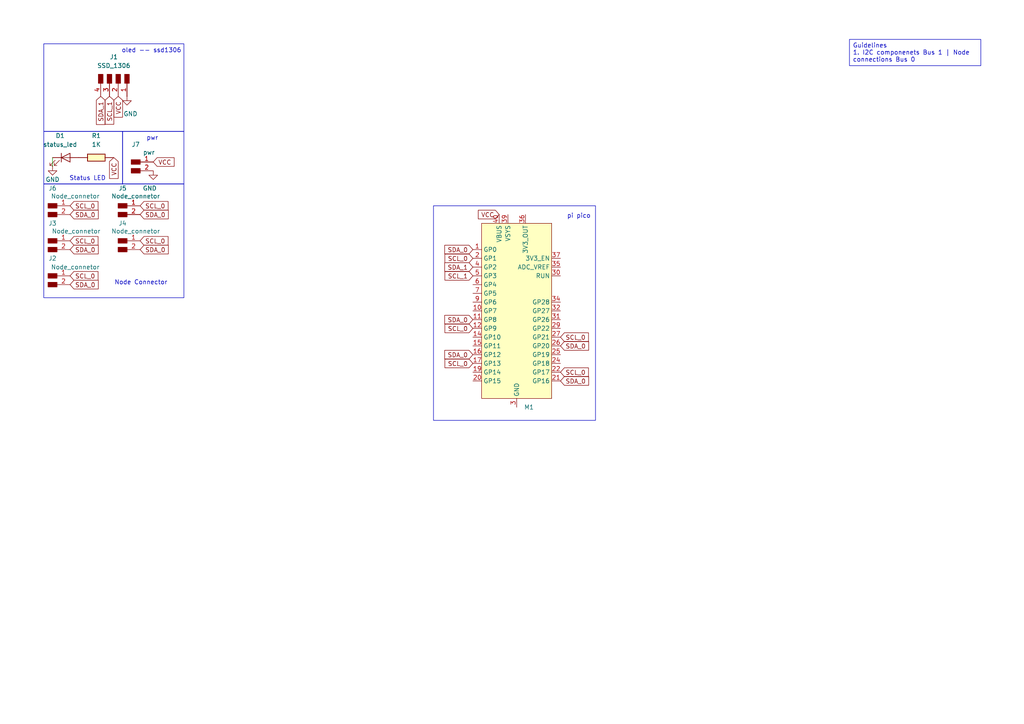
<source format=kicad_sch>
(kicad_sch (version 20250114) (generator "eeschema") (generator_version "9.0")
  (paper "A4")
  (lib_symbols
    (symbol "fab:LED_1206" (pin_numbers (hide yes)) (pin_names (offset 1.016) (hide yes))
      (property "Reference" "D" (at 0 2.54 0))
      (property "Value" "LED_1206" (at 0 -2.54 0))
      (symbol "LED_1206_0_1"
        (polyline (pts (xy -3.048 -0.762) (xy -4.572 -2.286) (xy -3.81 -2.286) (xy -4.572 -2.286) (xy -4.572 -1.524)))
        (polyline (pts (xy -1.778 -0.762) (xy -3.302 -2.286) (xy -2.54 -2.286) (xy -3.302 -2.286) (xy -3.302 -1.524)))
        (polyline (pts (xy -1.27 0) (xy 1.27 0)))
        (polyline (pts (xy -1.27 -1.27) (xy -1.27 1.27)) (stroke (width 0.2032)))
        (polyline (pts (xy 1.27 -1.27) (xy 1.27 1.27) (xy -1.27 0) (xy 1.27 -1.27)) (stroke (width 0.2032)))
      )
      (symbol "LED_1206_1_1"
        (pin passive line (at -3.81 0 0) (length 2.54) (name "K") (number "1"))
        (pin passive line (at 3.81 0 180) (length 2.54) (name "A") (number "2"))
      )
    )
    (symbol "fab:Module_RaspberryPi_PicoW_SocketSMD"
      (property "Reference" "M" (at 0 0 0))
      (property "Value" "Module_RaspberryPi_PicoW_SocketSMD" (at 0 0 0))
      (symbol "Module_RaspberryPi_PicoW_SocketSMD_1_1"
        (rectangle (start -10.16 25.4) (end 10.16 -25.4) (fill (type background)))
        (pin bidirectional line (at -12.7 17.78 0) (length 2.54) (name "GP0") (number "1"))
        (pin bidirectional line (at -12.7 15.24 0) (length 2.54) (name "GP1") (number "2"))
        (pin bidirectional line (at -12.7 12.7 0) (length 2.54) (name "GP2") (number "4"))
        (pin bidirectional line (at -12.7 10.16 0) (length 2.54) (name "GP3") (number "5"))
        (pin bidirectional line (at -12.7 7.62 0) (length 2.54) (name "GP4") (number "6"))
        (pin bidirectional line (at -12.7 5.08 0) (length 2.54) (name "GP5") (number "7"))
        (pin bidirectional line (at -12.7 2.54 0) (length 2.54) (name "GP6") (number "9"))
        (pin bidirectional line (at -12.7 0 0) (length 2.54) (name "GP7") (number "10"))
        (pin bidirectional line (at -12.7 -2.54 0) (length 2.54) (name "GP8") (number "11"))
        (pin bidirectional line (at -12.7 -5.08 0) (length 2.54) (name "GP9") (number "12"))
        (pin bidirectional line (at -12.7 -7.62 0) (length 2.54) (name "GP10") (number "14"))
        (pin bidirectional line (at -12.7 -10.16 0) (length 2.54) (name "GP11") (number "15"))
        (pin bidirectional line (at -12.7 -12.7 0) (length 2.54) (name "GP12") (number "16"))
        (pin bidirectional line (at -12.7 -15.24 0) (length 2.54) (name "GP13") (number "17"))
        (pin bidirectional line (at -12.7 -17.78 0) (length 2.54) (name "GP14") (number "19"))
        (pin bidirectional line (at -12.7 -20.32 0) (length 2.54) (name "GP15") (number "20"))
        (pin power_in line (at -5.08 27.94 270) (length 2.54) (name "VBUS") (number "40"))
        (pin power_in line (at -2.54 27.94 270) (length 2.54) (name "VSYS") (number "39"))
        (pin passive line (at 0 -27.94 90) (length 2.54) (hide yes) (name "GND") (number "13"))
        (pin passive line (at 0 -27.94 90) (length 2.54) (hide yes) (name "GND") (number "18"))
        (pin passive line (at 0 -27.94 90) (length 2.54) (hide yes) (name "GND") (number "23"))
        (pin passive line (at 0 -27.94 90) (length 2.54) (hide yes) (name "GND") (number "28"))
        (pin power_in line (at 0 -27.94 90) (length 2.54) (name "GND") (number "3"))
        (pin passive line (at 0 -27.94 90) (length 2.54) (hide yes) (name "GND") (number "33"))
        (pin passive line (at 0 -27.94 90) (length 2.54) (hide yes) (name "GND") (number "38"))
        (pin passive line (at 0 -27.94 90) (length 2.54) (hide yes) (name "GND") (number "8"))
        (pin power_in line (at 2.54 27.94 270) (length 2.54) (name "3V3_OUT") (number "36"))
        (pin input line (at 12.7 15.24 180) (length 2.54) (name "3V3_EN") (number "37"))
        (pin input line (at 12.7 12.7 180) (length 2.54) (name "ADC_VREF") (number "35"))
        (pin input line (at 12.7 10.16 180) (length 2.54) (name "RUN") (number "30"))
        (pin bidirectional line (at 12.7 2.54 180) (length 2.54) (name "GP28") (number "34"))
        (pin bidirectional line (at 12.7 0 180) (length 2.54) (name "GP27") (number "32"))
        (pin bidirectional line (at 12.7 -2.54 180) (length 2.54) (name "GP26") (number "31"))
        (pin bidirectional line (at 12.7 -5.08 180) (length 2.54) (name "GP22") (number "29"))
        (pin bidirectional line (at 12.7 -7.62 180) (length 2.54) (name "GP21") (number "27"))
        (pin bidirectional line (at 12.7 -10.16 180) (length 2.54) (name "GP20") (number "26"))
        (pin bidirectional line (at 12.7 -12.7 180) (length 2.54) (name "GP19") (number "25"))
        (pin bidirectional line (at 12.7 -15.24 180) (length 2.54) (name "GP18") (number "24"))
        (pin bidirectional line (at 12.7 -17.78 180) (length 2.54) (name "GP17") (number "22"))
        (pin bidirectional line (at 12.7 -20.32 180) (length 2.54) (name "GP16") (number "21"))
      )
    )
    (symbol "fab:PinHeader_01x02_P2.54mm_Horizontal_SMD" (pin_names (hide yes))
      (property "Reference" "J" (at 0 2.54 0))
      (property "Value" "PinHeader_01x02_P2.54mm_Horizontal_SMD" (at 0 -5.08 0))
      (symbol "PinHeader_01x02_P2.54mm_Horizontal_SMD_1_1"
        (rectangle (start -1.27 0.635) (end 1.27 -0.635) (stroke (width 0.254)) (fill (type outline)))
        (rectangle (start -1.27 -1.905) (end 1.27 -3.175) (stroke (width 0.254)) (fill (type outline)))
        (pin passive line (at 5.08 0 180) (length 3.81) (name "Pin_1") (number "1"))
        (pin passive line (at 5.08 -2.54 180) (length 3.81) (name "Pin_2") (number "2"))
      )
    )
    (symbol "fab:PinHeader_01x04_P2.54mm_Horizontal_SMD" (pin_names (hide yes))
      (property "Reference" "J" (at 0 5.08 0))
      (property "Value" "PinHeader_01x04_P2.54mm_Horizontal_SMD" (at 0 -7.62 0))
      (symbol "PinHeader_01x04_P2.54mm_Horizontal_SMD_1_1"
        (rectangle (start -1.27 3.175) (end 1.27 1.905) (stroke (width 0.254)) (fill (type outline)))
        (rectangle (start -1.27 0.635) (end 1.27 -0.635) (stroke (width 0.254)) (fill (type outline)))
        (rectangle (start -1.27 -1.905) (end 1.27 -3.175) (stroke (width 0.254)) (fill (type outline)))
        (rectangle (start -1.27 -4.445) (end 1.27 -5.715) (stroke (width 0.254)) (fill (type outline)))
        (pin passive line (at 5.08 2.54 180) (length 3.81) (name "Pin_1") (number "1"))
        (pin passive line (at 5.08 0 180) (length 3.81) (name "Pin_2") (number "2"))
        (pin passive line (at 5.08 -2.54 180) (length 3.81) (name "Pin_3") (number "3"))
        (pin passive line (at 5.08 -5.08 180) (length 3.81) (name "Pin_4") (number "4"))
      )
    )
    (symbol "fab:R_1206" (pin_numbers (hide yes)) (pin_names (offset 0))
      (property "Reference" "R" (at 2.54 0 90))
      (property "Value" "R_1206" (at -2.54 0 90))
      (symbol "R_1206_0_1"
        (rectangle (start -1.016 -2.54) (end 1.016 2.54) (stroke (width 0.254)) (fill (type background)))
      )
      (symbol "R_1206_1_1"
        (pin passive line (at 0 5.08 270) (length 2.54) (name "~") (number "1"))
        (pin passive line (at 0 -5.08 90) (length 2.54) (name "~") (number "2"))
      )
    )
    (symbol "power:GND" (power) (pin_numbers (hide yes)) (pin_names (offset 0) (hide yes))
      (property "Value" "GND" (at 0 -3.81 0))
      (symbol "GND_0_1"
        (polyline (pts (xy 0 0) (xy 0 -1.27) (xy 1.27 -1.27) (xy 0 -2.54) (xy -1.27 -1.27) (xy 0 -1.27)))
      )
      (symbol "GND_1_1"
        (pin power_in line (at 0 0 270) (length 0) (name "~") (number "1"))
      )
    )
  )
  (rectangle (start 12.7 12.7) (end 53.34 38.1))
  (rectangle (start 125.73 59.69) (end 172.72 121.92))
  (rectangle (start 12.7 53.34) (end 53.34 86.36))
  (rectangle (start 12.7 38.1) (end 35.56 53.34))
  (rectangle (start 35.56 38.1) (end 53.34 53.34))
  (text "Status LED\n" (at 25.4 51.816 0) (effects (font (size 1.27 1.27))))
  (text "Node Connector\n\n" (at 40.894 83.058 0) (effects (font (size 1.27 1.27))))
  (text "pi pico\n" (at 167.894 62.738 0) (effects (font (size 1.27 1.27))))
  (text "pwr" (at 44.196 40.132 0) (effects (font (size 1.27 1.27))))
  (text "oled -- ssd1306\n" (at 43.942 14.732 0) (effects (font (size 1.27 1.27))))
  (text_box "Guidelines\n1. I2C componenets Bus 1 | Node connections Bus 0" (at 246.38 11.43 0) (size 38.1 7.62) (margins 0.9525 0.9525 0.9525 0.9525) (effects (font (size 1.27 1.27)) (justify left top)))
  (wire (pts (xy 15.24 48.26) (xy 15.24 45.72)))
  (global_label "SDA_0" (shape input) (at 137.16 102.87 180) (property "Intersheetrefs" "${INTERSHEET_REFS}" (effects (hide yes))))
  (global_label "VCC" (shape input) (at 144.78 62.23 180) (property "Intersheetrefs" "${INTERSHEET_REFS}" (effects (hide yes))))
  (global_label "SCL_0" (shape input) (at 20.32 80.01 0) (property "Intersheetrefs" "${INTERSHEET_REFS}" (effects (hide yes))))
  (global_label "VCC" (shape input) (at 33.02 45.72 270) (property "Intersheetrefs" "${INTERSHEET_REFS}" (effects (hide yes))))
  (global_label "SDA_0" (shape input) (at 162.56 100.33 0) (property "Intersheetrefs" "${INTERSHEET_REFS}" (effects (hide yes))))
  (global_label "SDA_0" (shape input) (at 20.32 72.39 0) (property "Intersheetrefs" "${INTERSHEET_REFS}" (effects (hide yes))))
  (global_label "SCL_0" (shape input) (at 162.56 97.79 0) (property "Intersheetrefs" "${INTERSHEET_REFS}" (effects (hide yes))))
  (global_label "SCL_0" (shape input) (at 162.56 107.95 0) (property "Intersheetrefs" "${INTERSHEET_REFS}" (effects (hide yes))))
  (global_label "SDA_0" (shape input) (at 40.64 72.39 0) (property "Intersheetrefs" "${INTERSHEET_REFS}" (effects (hide yes))))
  (global_label "SDA_0" (shape input) (at 162.56 110.49 0) (property "Intersheetrefs" "${INTERSHEET_REFS}" (effects (hide yes))))
  (global_label "SCL_0" (shape input) (at 20.32 69.85 0) (property "Intersheetrefs" "${INTERSHEET_REFS}" (effects (hide yes))))
  (global_label "SDA_0" (shape input) (at 20.32 62.23 0) (property "Intersheetrefs" "${INTERSHEET_REFS}" (effects (hide yes))))
  (global_label "SCL_0" (shape input) (at 137.16 74.93 180) (property "Intersheetrefs" "${INTERSHEET_REFS}" (effects (hide yes))))
  (global_label "VCC" (shape input) (at 44.45 46.99 0) (property "Intersheetrefs" "${INTERSHEET_REFS}" (effects (hide yes))))
  (global_label "SCL_0" (shape input) (at 40.64 69.85 0) (property "Intersheetrefs" "${INTERSHEET_REFS}" (effects (hide yes))))
  (global_label "SCL_0" (shape input) (at 20.32 59.69 0) (property "Intersheetrefs" "${INTERSHEET_REFS}" (effects (hide yes))))
  (global_label "SCL_0" (shape input) (at 40.64 59.69 0) (property "Intersheetrefs" "${INTERSHEET_REFS}" (effects (hide yes))))
  (global_label "SDA_0" (shape input) (at 137.16 92.71 180) (property "Intersheetrefs" "${INTERSHEET_REFS}" (effects (hide yes))))
  (global_label "SDA_1" (shape input) (at 137.16 77.47 180) (property "Intersheetrefs" "${INTERSHEET_REFS}" (effects (hide yes))))
  (global_label "SCL_1" (shape input) (at 31.75 27.94 270) (property "Intersheetrefs" "${INTERSHEET_REFS}" (effects (hide yes))))
  (global_label "SDA_0" (shape input) (at 20.32 82.55 0) (property "Intersheetrefs" "${INTERSHEET_REFS}" (effects (hide yes))))
  (global_label "VCC" (shape input) (at 34.29 27.94 270) (property "Intersheetrefs" "${INTERSHEET_REFS}" (effects (hide yes))))
  (global_label "SDA_0" (shape input) (at 40.64 62.23 0) (property "Intersheetrefs" "${INTERSHEET_REFS}" (effects (hide yes))))
  (global_label "SCL_1" (shape input) (at 137.16 80.01 180) (property "Intersheetrefs" "${INTERSHEET_REFS}" (effects (hide yes))))
  (global_label "SDA_0" (shape input) (at 137.16 72.39 180) (property "Intersheetrefs" "${INTERSHEET_REFS}" (effects (hide yes))))
  (global_label "SCL_0" (shape input) (at 137.16 105.41 180) (property "Intersheetrefs" "${INTERSHEET_REFS}" (effects (hide yes))))
  (global_label "SCL_0" (shape input) (at 137.16 95.25 180) (property "Intersheetrefs" "${INTERSHEET_REFS}" (effects (hide yes))))
  (global_label "SDA_1" (shape input) (at 29.21 27.94 270) (property "Intersheetrefs" "${INTERSHEET_REFS}" (effects (hide yes))))
  (symbol (lib_id "fab:PinHeader_01x02_P2.54mm_Horizontal_SMD") (at 15.24 69.85 0) (unit 1)
    (property "Reference" "J3" (at 15.24 64.77 0))
    (property "Value" "Node_connetor" (at 22.098 67.056 0))
    (property "Footprint" "fab:PinHeader_01x02_P2.54mm_Horizontal_SMD" (effects (hide yes)))
    (property "Description" "Male connector, single row" (effects (hide yes)))
  )
  (symbol (lib_id "fab:PinHeader_01x02_P2.54mm_Horizontal_SMD") (at 35.56 59.69 0) (unit 1)
    (property "Reference" "J5" (at 35.56 54.61 0))
    (property "Value" "Node_connetor" (at 39.37 56.896 0))
    (property "Footprint" "fab:PinHeader_01x02_P2.54mm_Horizontal_SMD" (effects (hide yes)))
    (property "Description" "Male connector, single row" (effects (hide yes)))
  )
  (symbol (lib_id "fab:PinHeader_01x02_P2.54mm_Horizontal_SMD") (at 39.37 46.99 0) (unit 1)
    (property "Reference" "J7" (at 39.37 41.91 0))
    (property "Value" "pwr" (at 43.18 44.196 0))
    (property "Footprint" "fab:PinHeader_01x02_P2.54mm_Horizontal_SMD" (effects (hide yes)))
    (property "Description" "Male connector, single row" (effects (hide yes)))
  )
  (symbol (lib_id "power:GND") (at 44.45 49.53 0) (unit 1)
    (property "Reference" "#PWR03" (effects (hide yes)))
    (property "Value" "GND" (at 43.434 54.61 0))
    (property "Description" "Power symbol creates a global label with name \"GND\" , ground" (effects (hide yes)))
  )
  (symbol (lib_id "fab:PinHeader_01x04_P2.54mm_Horizontal_SMD") (at 34.29 22.86 270) (unit 1)
    (property "Reference" "J1" (at 33.02 16.51 90))
    (property "Value" "SSD_1306" (at 33.02 19.05 90))
    (property "Footprint" "fab:PinHeader_01x04_P2.54mm_Horizontal_SMD" (effects (hide yes)))
    (property "Description" "Male connector, single row" (effects (hide yes)))
  )
  (symbol (lib_id "fab:PinHeader_01x02_P2.54mm_Horizontal_SMD") (at 15.24 59.69 0) (unit 1)
    (property "Reference" "J6" (at 15.24 54.61 0))
    (property "Value" "Node_connetor" (at 21.844 56.896 0))
    (property "Footprint" "fab:PinHeader_01x02_P2.54mm_Horizontal_SMD" (effects (hide yes)))
    (property "Description" "Male connector, single row" (effects (hide yes)))
  )
  (symbol (lib_id "fab:PinHeader_01x02_P2.54mm_Horizontal_SMD") (at 15.24 80.01 0) (unit 1)
    (property "Reference" "J2" (at 15.24 74.93 0))
    (property "Value" "Node_connetor" (at 21.844 77.47 0))
    (property "Footprint" "fab:PinHeader_01x02_P2.54mm_Horizontal_SMD" (effects (hide yes)))
    (property "Description" "Male connector, single row" (effects (hide yes)))
  )
  (symbol (lib_id "power:GND") (at 15.24 48.26 0) (unit 1)
    (property "Reference" "#PWR02" (effects (hide yes)))
    (property "Value" "GND" (at 15.24 52.07 0))
    (property "Description" "Power symbol creates a global label with name \"GND\" , ground" (effects (hide yes)))
  )
  (symbol (lib_id "power:GND") (at 36.83 27.94 0) (mirror y) (unit 1)
    (property "Reference" "#PWR01" (effects (hide yes)))
    (property "Value" "GND" (at 37.846 33.02 0))
    (property "Description" "Power symbol creates a global label with name \"GND\" , ground" (effects (hide yes)))
  )
  (symbol (lib_id "fab:PinHeader_01x02_P2.54mm_Horizontal_SMD") (at 35.56 69.85 0) (unit 1)
    (property "Reference" "J4" (at 35.56 64.77 0))
    (property "Value" "Node_connetor" (at 39.37 67.056 0))
    (property "Footprint" "fab:PinHeader_01x02_P2.54mm_Horizontal_SMD" (effects (hide yes)))
    (property "Description" "Male connector, single row" (effects (hide yes)))
  )
  (symbol (lib_id "fab:R_1206") (at 27.94 45.72 90) (unit 1)
    (property "Reference" "R1" (at 27.94 39.37 90))
    (property "Value" "1K" (at 27.94 41.91 90))
    (property "Footprint" "fab:R_1206" (effects (hide yes)))
    (property "Description" "Resistor" (effects (hide yes)))
  )
  (symbol (lib_id "fab:LED_1206") (at 19.05 45.72 0) (unit 1)
    (property "Reference" "D1" (at 17.4498 39.37 0))
    (property "Value" "status_led" (at 17.4498 41.91 0))
    (property "Footprint" "fab:LED_1206" (effects (hide yes)))
    (property "Datasheet" "https://optoelectronics.liteon.com/upload/download/DS-22-98-0002/LTST-C150CKT.pdf" (effects (hide yes)))
    (property "Description" "Light emitting diode, Lite-On Inc. LTST, SMD" (effects (hide yes)))
  )
  (symbol (lib_id "fab:Module_RaspberryPi_PicoW_SocketSMD") (at 149.86 90.17 0) (unit 1)
    (property "Reference" "M1" (at 152.0033 118.11 0) (effects (justify left)))
    (property "Value" "Module_RaspberryPi_PicoW_SocketSMD" (effects (hide yes)))
    (property "Footprint" "fab:RaspberryPi_PicoW_SocketSMD" (effects (hide yes)))
    (property "Datasheet" "https://datasheets.raspberrypi.com/picow/pico-w-datasheet.pdf" (effects (hide yes)))
    (property "Description" "RP2040 Transceiver; 802.11 b/g/n (Wi-Fi, WiFi, WLAN), Bluetooth® 5 2.4GHz Evaluation Board" (effects (hide yes)))
  )
)
</source>
